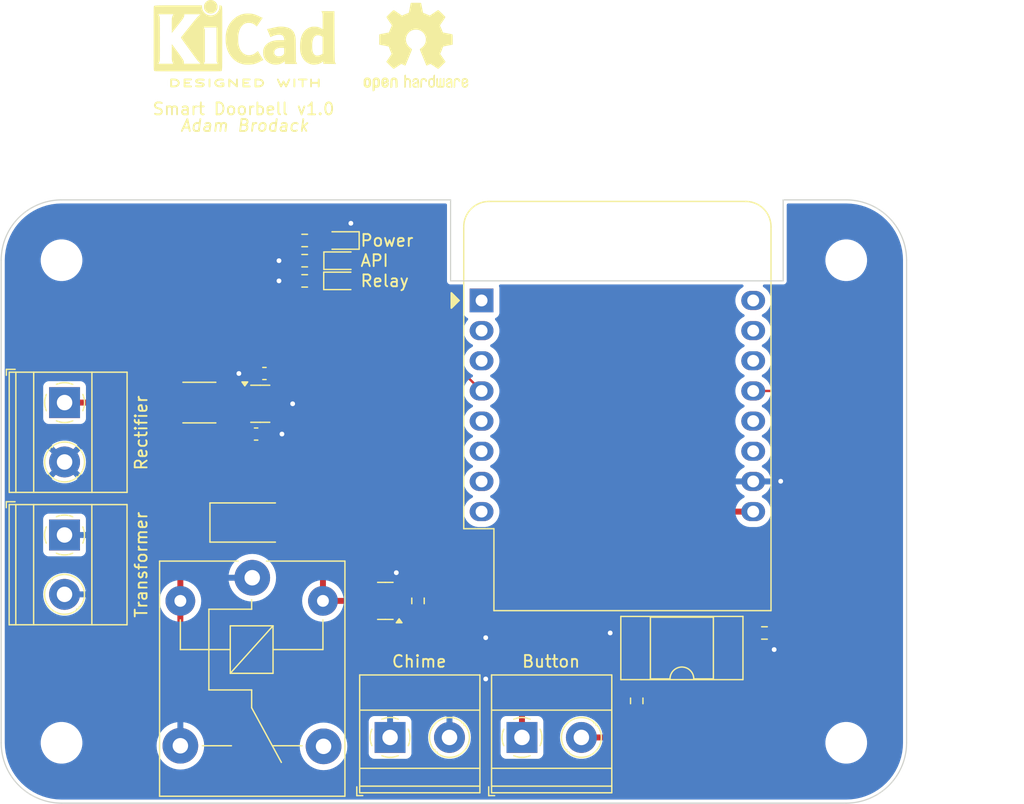
<source format=kicad_pcb>
(kicad_pcb (version 20240108) (generator "pcbnew") (generator_version "8.0")
  (title_block (date "2024-06-12") (rev "v1.0"))
  (layers (0 "F.Cu" mixed) (1 "In1.Cu" power) (2 "In2.Cu" power) (31 "B.Cu" mixed) (34 "B.Paste" user) (35 "F.Paste" user) (36 "B.SilkS" user "B.Silkscreen") (37 "F.SilkS" user "F.Silkscreen") (38 "B.Mask" user) (39 "F.Mask" user) (44 "Edge.Cuts" user))
  (net 0 "")
  (net 1 "VCC")
  (net 2 "GND")
  (net 3 "+3V3")
  (net 4 "/RELAY_LED")
  (net 5 "Net-(D104-A)")
  (net 6 "Net-(D105-K)")
  (net 7 "/HA_STATUS")
  (net 8 "Net-(D106-K)")
  (net 9 "Net-(J101-Pin_1)")
  (net 10 "Net-(J105-Pin_2)")
  (net 11 "Net-(J105-Pin_1)")
  (net 12 "Net-(J106-Pin_2)")
  (net 13 "Net-(J107-Pin_1)")
  (net 15 "/CHIME")
  (net 16 "Net-(R106-Pad1)")
  (net 17 "/DB_BUTTON")
  (footprint "Package_DIP:DIP-4_W7.62mm_SMDSocket_SmallPads" (layer "F.Cu") (at 92.26 131.97 180)
    (property "Reference" "U102" (hide yes))
    (property "Value" "EL817" (hide yes))
    (pad "1" smd rect (at -3.81 -1.27 180) (size 1.6 1.6) (layers "F.Cu" "F.Paste" "F.Mask") (net 12 "Net-(J106-Pin_2)"))
    (pad "2" smd rect (at -3.81 1.27 180) (size 1.6 1.6) (layers "F.Cu" "F.Paste" "F.Mask") (net 16 "Net-(R106-Pad1)"))
    (pad "3" smd rect (at 3.81 1.27 180) (size 1.6 1.6) (layers "F.Cu" "F.Paste" "F.Mask") (net 2 "GND"))
    (pad "4" smd rect (at 3.81 -1.27 180) (size 1.6 1.6) (layers "F.Cu" "F.Paste" "F.Mask") (net 17 "/DB_BUTTON"))
  )
  (footprint "MountingHole:MountingHole_3mm" (layer "F.Cu") (at 106.09 139.95)
    (property "Reference" "H104" (hide yes))
    (property "Value" "MountingHole" (hide yes))
    (pad "" np_thru_hole circle (at 0 0) (size 3 3) (drill 3) (layers "*.Cu" "*.Mask"))
  )
  (footprint "Resistor_SMD:R_0603_1608Metric" (layer "F.Cu") (at 60.5125 101.05)
    (property "Reference" "R103" (hide yes))
    (property "Value" "1K" (hide yes))
    (pad "1" smd roundrect (at -0.825 0) (size 0.8 0.95) (layers "F.Cu" "F.Paste" "F.Mask") (net 2 "GND"))
    (pad "2" smd roundrect (at 0.825 0) (size 0.8 0.95) (layers "F.Cu" "F.Paste" "F.Mask") (net 8 "Net-(D106-K)"))
  )
  (footprint "Relay_THT:Relay_SPDT_SANYOU_SRD_Series_Form_C" (layer "F.Cu") (at 56.1 126.05 -90)
    (property "Reference" "K102" (hide yes))
    (property "Value" "Relay" (hide yes))
    (pad "1" thru_hole circle (at 0 0) (size 3 3) (drill 1.3) (layers "*.Cu" "*.Mask") (net 11 "Net-(J105-Pin_1)"))
    (pad "2" thru_hole circle (at 1.95 6.05) (size 2.5 2.5) (drill 1) (layers "*.Cu" "*.Mask") (net 1 "VCC"))
    (pad "3" thru_hole circle (at 14.15 6.05) (size 3 3) (drill 1.3) (layers "*.Cu" "*.Mask") (net 13 "Net-(J107-Pin_1)"))
    (pad "4" thru_hole circle (at 14.2 -6) (size 3 3) (drill 1.3) (layers "*.Cu" "*.Mask"))
    (pad "5" thru_hole circle (at 1.95 -5.95) (size 2.5 2.5) (drill 1) (layers "*.Cu" "*.Mask") (net 4 "/RELAY_LED"))
  )
  (footprint "Resistor_SMD:R_0603_1608Metric" (layer "F.Cu") (at 70.05 128 90)
    (property "Reference" "R107" (hide yes))
    (property "Value" "10K" (hide yes))
    (pad "1" smd roundrect (at -0.825 0 90) (size 0.8 0.95) (layers "F.Cu" "F.Paste" "F.Mask") (net 15 "/CHIME"))
    (pad "2" smd roundrect (at 0.825 0 90) (size 0.8 0.95) (layers "F.Cu" "F.Paste" "F.Mask") (net 2 "GND"))
  )
  (footprint "Resistor_SMD:R_0603_1608Metric" (layer "F.Cu") (at 88.46 136.42 90)
    (property "Reference" "R108" (hide yes))
    (property "Value" "10K" (hide yes))
    (pad "1" smd roundrect (at -0.825 0 90) (size 0.8 0.95) (layers "F.Cu" "F.Paste" "F.Mask") (net 3 "+3V3"))
    (pad "2" smd roundrect (at 0.825 0 90) (size 0.8 0.95) (layers "F.Cu" "F.Paste" "F.Mask") (net 17 "/DB_BUTTON"))
  )
  (footprint "LED_SMD:LED_0603_1608Metric" (layer "F.Cu") (at 63.6125 97.65 180)
    (property "Reference" "D104" (hide yes))
    (property "Value" "Red" (hide yes))
    (pad "1" smd roundrect (at -0.7875 0 180) (size 0.875 0.95) (layers "F.Cu" "F.Paste" "F.Mask") (net 2 "GND"))
    (pad "2" smd roundrect (at 0.7875 0 180) (size 0.875 0.95) (layers "F.Cu" "F.Paste" "F.Mask") (net 5 "Net-(D104-A)"))
  )
  (footprint "TerminalBlock_Phoenix:TerminalBlock_Phoenix_MKDS-1,5-2_1x02_P5.00mm_Horizontal" (layer "F.Cu") (at 78.8 139.5)
    (property "Reference" "J106" (hide yes))
    (property "Value" "Button" (hide yes))
    (pad "1" thru_hole rect (at 0 0) (size 2.6 2.6) (drill 1.3) (layers "*.Cu" "*.Mask") (net 1 "VCC"))
    (pad "2" thru_hole circle (at 5 0) (size 2.6 2.6) (drill 1.3) (layers "*.Cu" "*.Mask") (net 12 "Net-(J106-Pin_2)"))
  )
  (footprint "MountingHole:MountingHole_3mm" (layer "F.Cu") (at 106.09 99.31)
    (property "Reference" "H102" (hide yes))
    (property "Value" "MountingHole" (hide yes))
    (pad "" np_thru_hole circle (at 0 0) (size 3 3) (drill 3) (layers "*.Cu" "*.Mask"))
  )
  (footprint "Symbol:KiCad-Logo2_6mm_SilkScreen" (layer "F.Cu") (at 55.467514 80.379848)
    (property "Reference" "REF**" (hide yes))
    (property "Value" "KiCad-Logo2_6mm_SilkScreen" (hide yes))
  )
  (footprint "Package_TO_SOT_SMD:SOT-23-5" (layer "F.Cu") (at 56.775 111.4)
    (property "Reference" "U104" (hide yes))
    (property "Value" "XC6220B331MR-G" (hide yes))
    (pad "1" smd roundrect (at -1.1375 -0.95) (size 1.325 0.6) (layers "F.Cu" "F.Paste" "F.Mask") (net 1 "VCC"))
    (pad "2" smd roundrect (at -1.1375 0) (size 1.325 0.6) (layers "F.Cu" "F.Paste" "F.Mask") (net 2 "GND"))
    (pad "3" smd roundrect (at -1.1375 0.95) (size 1.325 0.6) (layers "F.Cu" "F.Paste" "F.Mask") (net 1 "VCC"))
    (pad "4" smd roundrect (at 1.1375 0.95) (size 1.325 0.6) (layers "F.Cu" "F.Paste" "F.Mask"))
    (pad "5" smd roundrect (at 1.1375 -0.95) (size 1.325 0.6) (layers "F.Cu" "F.Paste" "F.Mask") (net 3 "+3V3"))
  )
  (footprint "Diode_SMD:D_SMA" (layer "F.Cu") (at 56.05 121.4)
    (property "Reference" "D101" (hide yes))
    (property "Value" "D_Small" (hide yes))
    (pad "1" smd roundrect (at -2 0) (size 2.5 1.8) (layers "F.Cu" "F.Paste" "F.Mask") (roundrect_rratio 0.1388888889) (net 1 "VCC"))
    (pad "2" smd roundrect (at 2 0) (size 2.5 1.8) (layers "F.Cu" "F.Paste" "F.Mask") (roundrect_rratio 0.1388888889) (net 4 "/RELAY_LED"))
  )
  (footprint "MountingHole:MountingHole_3mm" (layer "F.Cu") (at 40.05 99.31)
    (property "Reference" "H101" (hide yes))
    (property "Value" "MountingHole" (hide yes))
    (pad "" np_thru_hole circle (at 0 0) (size 3 3) (drill 3) (layers "*.Cu" "*.Mask"))
  )
  (footprint "" (layer "F.Cu") (at 106.09 99.31)
    (property "Reference" "" (at 0 0 0) (layer "F.SilkS") (effects (font (size 1.27 1.27))))
    (property "Value" "")
    (pad "" np_thru_hole circle (at 0 0) (size 3 3) (drill 3) (layers "F&B.Cu" "*.Mask"))
  )
  (footprint "LED_SMD:LED_0603_1608Metric" (layer "F.Cu") (at 63.6125 99.35)
    (property "Reference" "D105" (hide yes))
    (property "Value" "Green" (hide yes))
    (pad "1" smd roundrect (at -0.7875 0) (size 0.875 0.95) (layers "F.Cu" "F.Paste" "F.Mask") (net 6 "Net-(D105-K)"))
    (pad "2" smd roundrect (at 0.7875 0) (size 0.875 0.95) (layers "F.Cu" "F.Paste" "F.Mask") (net 7 "/HA_STATUS"))
  )
  (footprint "Capacitor_SMD:C_0603_1608Metric" (layer "F.Cu") (at 57.125 108.85 180)
    (property "Reference" "C106" (hide yes))
    (property "Value" "4.7uF" (hide yes))
    (pad "1" smd roundrect (at -0.775 0 180) (size 0.9 0.95) (layers "F.Cu" "F.Paste" "F.Mask") (net 3 "+3V3"))
    (pad "2" smd roundrect (at 0.775 0 180) (size 0.9 0.95) (layers "F.Cu" "F.Paste" "F.Mask") (net 2 "GND"))
  )
  (footprint "Capacitor_SMD:C_0603_1608Metric" (layer "F.Cu") (at 56.425 113.95 180)
    (property "Reference" "C105" (hide yes))
    (property "Value" "22uF" (hide yes))
    (pad "1" smd roundrect (at -0.775 0 180) (size 0.9 0.95) (layers "F.Cu" "F.Paste" "F.Mask") (net 2 "GND"))
    (pad "2" smd roundrect (at 0.775 0 180) (size 0.9 0.95) (layers "F.Cu" "F.Paste" "F.Mask") (net 1 "VCC"))
  )
  (footprint "Resistor_SMD:R_0603_1608Metric" (layer "F.Cu") (at 60.5125 97.65 180)
    (property "Reference" "R101" (hide yes))
    (property "Value" "1K" (hide yes))
    (pad "1" smd roundrect (at -0.825 0 180) (size 0.8 0.95) (layers "F.Cu" "F.Paste" "F.Mask") (net 5 "Net-(D104-A)"))
    (pad "2" smd roundrect (at 0.825 0 180) (size 0.8 0.95) (layers "F.Cu" "F.Paste" "F.Mask") (net 3 "+3V3"))
  )
  (footprint "Package_TO_SOT_SMD:SOT-23" (layer "F.Cu") (at 67.3 128 180)
    (property "Reference" "Q102" (hide yes))
    (property "Value" "Q_NMOS_GSD" (hide yes))
    (pad "1" smd roundrect (at -0.9375 -0.95 180) (size 1.475 0.6) (layers "F.Cu" "F.Paste" "F.Mask") (net 15 "/CHIME"))
    (pad "2" smd roundrect (at -0.9375 0.95 180) (size 1.475 0.6) (layers "F.Cu" "F.Paste" "F.Mask") (net 2 "GND"))
    (pad "3" smd roundrect (at 0.9375 0 180) (size 1.475 0.6) (layers "F.Cu" "F.Paste" "F.Mask") (net 4 "/RELAY_LED"))
  )
  (footprint "TerminalBlock_Phoenix:TerminalBlock_Phoenix_MKDS-1,5-2_1x02_P5.00mm_Horizontal" (layer "F.Cu") (at 67.7 139.5)
    (property "Reference" "J107" (hide yes))
    (property "Value" "Chime" (hide yes))
    (pad "1" thru_hole rect (at 0 0) (size 2.6 2.6) (drill 1.3) (layers "*.Cu" "*.Mask") (net 13 "Net-(J107-Pin_1)"))
    (pad "2" thru_hole circle (at 5 0) (size 2.6 2.6) (drill 1.3) (layers "*.Cu" "*.Mask") (net 10 "Net-(J105-Pin_2)"))
  )
  (footprint "TerminalBlock_Phoenix:TerminalBlock_Phoenix_MKDS-1,5-2_1x02_P5.00mm_Horizontal" (layer "F.Cu") (at 40.3 122.45 -90)
    (property "Reference" "J105" (hide yes))
    (property "Value" "Transformer" (hide yes))
    (pad "1" thru_hole rect (at 0 0 270) (size 2.6 2.6) (drill 1.3) (layers "*.Cu" "*.Mask") (net 11 "Net-(J105-Pin_1)"))
    (pad "2" thru_hole circle (at 5 0 270) (size 2.6 2.6) (drill 1.3) (layers "*.Cu" "*.Mask") (net 10 "Net-(J105-Pin_2)"))
  )
  (footprint "TerminalBlock_Phoenix:TerminalBlock_Phoenix_MKDS-1,5-2_1x02_P5.00mm_Horizontal" (layer "F.Cu") (at 40.305 111.3 -90)
    (property "Reference" "J101" (hide yes))
    (property "Value" "Rectifier" (hide yes))
    (pad "1" thru_hole rect (at 0 0 270) (size 2.6 2.6) (drill 1.3) (layers "*.Cu" "*.Mask") (net 9 "Net-(J101-Pin_1)"))
    (pad "2" thru_hole circle (at 5 0 270) (size 2.6 2.6) (drill 1.3) (layers "*.Cu" "*.Mask") (net 2 "GND"))
  )
  (footprint "LED_SMD:LED_0603_1608Metric" (layer "F.Cu") (at 63.6 101.05)
    (property "Reference" "D106" (hide yes))
    (property "Value" "Yellow" (hide yes))
    (pad "1" smd roundrect (at -0.7875 0) (size 0.875 0.95) (layers "F.Cu" "F.Paste" "F.Mask") (net 8 "Net-(D106-K)"))
    (pad "2" smd roundrect (at 0.7875 0) (size 0.875 0.95) (layers "F.Cu" "F.Paste" "F.Mask") (net 4 "/RELAY_LED"))
  )
  (footprint "Resistor_SMD:R_0603_1608Metric" (layer "F.Cu") (at 60.5125 99.35)
    (property "Reference" "R102" (hide yes))
    (property "Value" "1K" (hide yes))
    (pad "1" smd roundrect (at -0.825 0) (size 0.8 0.95) (layers "F.Cu" "F.Paste" "F.Mask") (net 2 "GND"))
    (pad "2" smd roundrect (at 0.825 0) (size 0.8 0.95) (layers "F.Cu" "F.Paste" "F.Mask") (net 6 "Net-(D105-K)"))
  )
  (footprint "footprints:Fuse_1812_4532Metric" (layer "F.Cu") (at 51.65 111.3)
    (property "Reference" "F101" (hide yes))
    (property "Value" "Polyfuse_Small" (hide yes))
    (pad "1" smd roundrect (at -2.1375 0) (size 1.125 3.4) (layers "F.Cu" "F.Paste" "F.Mask") (roundrect_rratio 0.222222) (net 9 "Net-(J101-Pin_1)"))
    (pad "2" smd roundrect (at 2.1375 0) (size 1.125 3.4) (layers "F.Cu" "F.Paste" "F.Mask") (roundrect_rratio 0.222222) (net 1 "VCC"))
  )
  (footprint "MountingHole:MountingHole_3mm" (layer "F.Cu") (at 40.05 139.95)
    (property "Reference" "H103" (hide yes))
    (property "Value" "MountingHole" (hide yes))
    (pad "" np_thru_hole circle (at 0 0) (size 3 3) (drill 3) (layers "*.Cu" "*.Mask"))
  )
  (footprint "Symbol:OSHW-Logo2_9.8x8mm_SilkScreen" (layer "F.Cu") (at 69.875 81.35)
    (property "Reference" "REF**" (hide yes))
    (property "Value" "OSHW-Logo2_9.8x8mm_SilkScreen" (hide yes))
  )
  (footprint "Resistor_SMD:R_0603_1608Metric" (layer "F.Cu") (at 99.21 130.7)
    (property "Reference" "R106" (hide yes))
    (property "Value" "1K" (hide yes))
    (pad "1" smd roundrect (at -0.825 0) (size 0.8 0.95) (layers "F.Cu" "F.Paste" "F.Mask") (net 16 "Net-(R106-Pad1)"))
    (pad "2" smd roundrect (at 0.825 0) (size 0.8 0.95) (layers "F.Cu" "F.Paste" "F.Mask") (net 2 "GND"))
  )
  (footprint "Module:WEMOS_D1_mini_light" (layer "F.Cu") (at 75.4 102.7)
    (property "Reference" "U101" (hide yes))
    (property "Value" "WeMos_D1_mini")
    (pad "1" thru_hole rect (at 0 0) (size 2 2) (drill 1) (layers "*.Cu" "*.Mask"))
    (pad "2" thru_hole oval (at 0 2.54) (size 2 1.6) (drill 1) (layers "*.Cu" "*.Mask"))
    (pad "3" thru_hole oval (at 0 5.08) (size 2 1.6) (drill 1) (layers "*.Cu" "*.Mask"))
    (pad "4" thru_hole oval (at 0 7.62) (size 2 1.6) (drill 1) (layers "*.Cu" "*.Mask") (net 7 "/HA_STATUS"))
    (pad "5" thru_hole oval (at 0 10.16) (size 2 1.6) (drill 1) (layers "*.Cu" "*.Mask"))
    (pad "6" thru_hole oval (at 0 12.7) (size 2 1.6) (drill 1) (layers "*.Cu" "*.Mask"))
    (pad "7" thru_hole oval (at 0 15.24) (size 2 1.6) (drill 1) (layers "*.Cu" "*.Mask"))
    (pad "8" thru_hole oval (at 0 17.78) (size 2 1.6) (drill 1) (layers "*.Cu" "*.Mask"))
    (pad "9" thru_hole oval (at 22.86 17.78) (size 2 1.6) (drill 1) (layers "*.Cu" "*.Mask") (net 1 "VCC"))
    (pad "10" thru_hole oval (at 22.86 15.24) (size 2 1.6) (drill 1) (layers "*.Cu" "*.Mask") (net 2 "GND"))
    (pad "11" thru_hole oval (at 22.86 12.7) (size 2 1.6) (drill 1) (layers "*.Cu" "*.Mask"))
    (pad "12" thru_hole oval (at 22.86 10.16) (size 2 1.6) (drill 1) (layers "*.Cu" "*.Mask"))
    (pad "13" thru_hole oval (at 22.86 7.62) (size 2 1.6) (drill 1) (layers "*.Cu" "*.Mask") (net 17 "/DB_BUTTON"))
    (pad "14" thru_hole oval (at 22.86 5.08) (size 2 1.6) (drill 1) (layers "*.Cu" "*.Mask"))
    (pad "15" thru_hole oval (at 22.86 2.54) (size 2 1.6) (drill 1) (layers "*.Cu" "*.Mask"))
    (pad "16" thru_hole oval (at 22.86 0) (size 2 1.6) (drill 1) (layers "*.Cu" "*.Mask"))
  )
  (gr_arc (start 106.09 94.23) (mid 109.682102 95.717898) (end 111.17 99.31) (stroke (width 0.1)) (layer "Edge.Cuts"))
  (gr_line (start 100.781398 94.229998) (end 100.781398 101.05) (stroke (width 0.1)) (layer "Edge.Cuts"))
  (gr_arc (start 34.969998 99.309998) (mid 36.457896 95.717896) (end 40.049998 94.229998) (stroke (width 0.1)) (layer "Edge.Cuts"))
  (gr_line (start 72.790598 101.05) (end 100.781398 101.05) (stroke (width 0.1)) (layer "Edge.Cuts"))
  (gr_line (start 72.790598 101.05) (end 72.790598 94.23) (stroke (width 0.1)) (layer "Edge.Cuts"))
  (gr_line (start 100.781398 94.229998) (end 106.09 94.23) (stroke (width 0.1)) (layer "Edge.Cuts"))
  (gr_arc (start 40.049998 145.030002) (mid 36.457894 143.542106) (end 34.969998 139.950002) (stroke (width 0.1)) (layer "Edge.Cuts"))
  (gr_line (start 40.049998 94.229998) (end 70.149 94.23) (stroke (width 0.1)) (layer "Edge.Cuts"))
  (gr_arc (start 111.17 139.95) (mid 109.682102 143.542102) (end 106.09 145.03) (stroke (width 0.1)) (layer "Edge.Cuts"))
  (gr_line (start 34.969998 139.950002) (end 34.969998 99.309998) (stroke (width 0.1)) (layer "Edge.Cuts"))
  (gr_line (start 111.17 99.31) (end 111.17 139.95) (stroke (width 0.1)) (layer "Edge.Cuts"))
  (gr_line (start 40.049998 145.030002) (end 106.09 145.03) (stroke (width 0.1)) (layer "Edge.Cuts"))
  (gr_line (start 72.790598 94.23) (end 70.149 94.23) (stroke (width 0.1)) (layer "Edge.Cuts"))
  (gr_text "Relay" (at 65.125 101.05 0) (layer "F.SilkS") (effects (font (size 1 1) (thickness 0.153)) (justify left)))
  (gr_text "Chime" (at 70.15 133.1 0) (layer "F.SilkS") (effects (font (size 1 1) (thickness 0.153))))
  (gr_text "API" (at 65.125 99.35 0) (layer "F.SilkS") (effects (font (size 1 1) (thickness 0.153)) (justify left)))
  (gr_text "Button" (at 81.25 133.1 0) (layer "F.SilkS") (effects (font (size 1 1) (thickness 0.153))))
  (gr_text "Power" (at 65.125 97.65 0) (layer "F.SilkS") (effects (font (size 1 1) (thickness 0.153)) (justify left)))
  (gr_text "Transformer" (at 46.755 124.95 90) (layer "F.SilkS") (effects (font (size 1 1) (thickness 0.153))))
  (gr_text "Smart Doorbell ${REVISION}" (at 55.367514 87.154848 0) (layer "F.SilkS") (effects (font (size 1 1) (thickness 0.153) (bold yes)) (justify bottom)))
  (gr_text "Adam Brodack" (at 55.467514 88.554848 0) (layer "F.SilkS") (effects (font (size 1 1) (thickness 0.153) (italic yes)) (justify bottom)))
  (gr_text "Rectifier" (at 46.755 113.85 90) (layer "F.SilkS") (effects (font (size 1 1) (thickness 0.153))))
  (segment (start 55.6375 113.9375) (end 55.65 113.95) (width 0.5) (layer "F.Cu") (net 1))
  (segment (start 87.845 120.48) (end 98.26 120.48) (width 0.5) (layer "F.Cu") (net 1))
  (segment (start 55.65 113.95) (end 54.825 113.95) (width 0.5) (layer "F.Cu") (net 1))
  (segment (start 53.7875 111.3) (end 54.8375 112.35) (width 0.5) (layer "F.Cu") (net 1))
  (segment (start 50.05 123.7) (end 50.05 128) (width 0.5) (layer "F.Cu") (net 1))
  (segment (start 54.05 121.4) (end 52.35 121.4) (width 0.5) (layer "F.Cu") (net 1))
  (segment (start 76.825 135.625) (end 55.8 135.625) (width 0.5) (layer "F.Cu") (net 1))
  (segment (start 53.7875 111.3) (end 54.6375 110.45) (width 0.5) (layer "F.Cu") (net 1))
  (segment (start 50.05 129.875) (end 50.05 128) (width 0.5) (layer "F.Cu") (net 1))
  (segment (start 52.35 121.4) (end 50.05 123.7) (width 0.5) (layer "F.Cu") (net 1))
  (segment (start 55.8 135.625) (end 50.05 129.875) (width 0.5) (layer "F.Cu") (net 1))
  (segment (start 72.7 135.625) (end 87.845 120.48) (width 0.5) (layer "F.Cu") (net 1))
  (segment (start 55.6375 112.35) (end 55.6375 113.9375) (width 0.5) (layer "F.Cu") (net 1))
  (segment (start 54.6375 110.45) (end 55.6375 110.45) (width 0.5) (layer "F.Cu") (net 1))
  (segment (start 50.05 118.725) (end 50.05 123.7) (width 0.5) (layer "F.Cu") (net 1))
  (segment (start 54.8375 112.35) (end 55.6375 112.35) (width 0.5) (layer "F.Cu") (net 1))
  (segment (start 78.8 139.5) (end 78.8 137.6) (width 0.5) (layer "F.Cu") (net 1))
  (segment (start 54.825 113.95) (end 50.05 118.725) (width 0.5) (layer "F.Cu") (net 1))
  (segment (start 78.8 137.6) (end 76.825 135.625) (width 0.5) (layer "F.Cu") (net 1))
  (segment (start 100.56 117.94) (end 100.575 117.925) (width 0.2) (layer "F.Cu") (net 2))
  (segment (start 69.925 127.05) (end 70.05 127.175) (width 0.2) (layer "F.Cu") (net 2))
  (segment (start 100.035 130.7) (end 100.035 132.09) (width 0.2) (layer "F.Cu") (net 2))
  (segment (start 68.2375 127.05) (end 68.2375 125.6375) (width 0.2) (layer "F.Cu") (net 2))
  (segment (start 100.035 132.09) (end 100.025 132.1) (width 0.2) (layer "F.Cu") (net 2))
  (segment (start 98.26 117.94) (end 100.56 117.94) (width 0.2) (layer "F.Cu") (net 2))
  (segment (start 57.2 113.95) (end 58.6 113.95) (width 0.2) (layer "F.Cu") (net 2))
  (segment (start 59.6875 101.05) (end 58.35 101.05) (width 0.2) (layer "F.Cu") (net 2))
  (segment (start 55.6375 111.4) (end 59.5 111.4) (width 0.2) (layer "F.Cu") (net 2))
  (segment (start 56.35 108.85) (end 54.975 108.85) (width 0.2) (layer "F.Cu") (net 2))
  (segment (start 88.45 130.7) (end 86.225 130.7) (width 0.2) (layer "F.Cu") (net 2))
  (segment (start 59.6875 99.35) (end 58.35 99.35) (width 0.2) (layer "F.Cu") (net 2))
  (segment (start 64.4 97.65) (end 64.4 96.2) (width 0.2) (layer "F.Cu") (net 2))
  (segment (start 68.2375 127.05) (end 69.925 127.05) (width 0.2) (layer "F.Cu") (net 2))
  (segment (start 68.2375 125.6375) (end 68.225 125.625) (width 0.2) (layer "F.Cu") (net 2))
  (via (at 58.35 99.35) (size 0.8) (drill 0.4) (layers "F.Cu" "B.Cu") (net 2))
  (via (at 58.6 113.95) (size 0.8) (drill 0.4) (layers "F.Cu" "B.Cu") (net 2))
  (via (at 59.5 111.4) (size 0.8) (drill 0.4) (layers "F.Cu" "B.Cu") (net 2))
  (via (at 86.225 130.7) (size 0.8) (drill 0.4) (layers "F.Cu" "B.Cu") (net 2))
  (via (at 54.975 108.85) (size 0.8) (drill 0.4) (layers "F.Cu" "B.Cu") (net 2))
  (via (at 64.4 96.2) (size 0.8) (drill 0.4) (layers "F.Cu" "B.Cu") (net 2))
  (via (at 100.025 132.1) (size 0.8) (drill 0.4) (layers "F.Cu" "B.Cu") (net 2))
  (via (at 58.35 101.05) (size 0.8) (drill 0.4) (layers "F.Cu" "B.Cu") (net 2))
  (via (at 68.225 125.625) (size 0.8) (drill 0.4) (layers "F.Cu" "B.Cu") (net 2))
  (via (at 100.575 117.925) (size 0.8) (drill 0.4) (layers "F.Cu" "B.Cu") (net 2))
  (segment (start 57.475 98.95) (end 57.475 101.45) (width 0.2) (layer "F.Cu") (net 3))
  (segment (start 75.75 131.1) (end 73.625 128.975) (width 0.2) (layer "F.Cu") (net 3))
  (segment (start 58.775 97.65) (end 57.475 98.95) (width 0.2) (layer "F.Cu") (net 3))
  (segment (start 57.9 110.4375) (end 57.9125 110.45) (width 0.2) (layer "F.Cu") (net 3))
  (segment (start 73.625 124.53505) (end 59.53995 110.45) (width 0.2) (layer "F.Cu") (net 3))
  (segment (start 87.645 137.245) (end 88.46 137.245) (width 0.2) (layer "F.Cu") (net 3))
  (segment (start 75.75 134.6) (end 85 134.6) (width 0.2) (layer "F.Cu") (net 3))
  (segment (start 59.6875 97.65) (end 58.775 97.65) (width 0.2) (layer "F.Cu") (net 3))
  (segment (start 73.625 128.975) (end 73.625 124.53505) (width 0.2) (layer "F.Cu") (net 3))
  (segment (start 57.9 108.85) (end 57.9 110.4375) (width 0.2) (layer "F.Cu") (net 3))
  (segment (start 57.475 101.45) (end 57.9 101.875) (width 0.2) (layer "F.Cu") (net 3))
  (segment (start 59.53995 110.45) (end 57.9125 110.45) (width 0.2) (layer "F.Cu") (net 3))
  (segment (start 57.9 101.875) (end 57.9 108.85) (width 0.2) (layer "F.Cu") (net 3))
  (segment (start 85 134.6) (end 87.645 137.245) (width 0.2) (layer "F.Cu") (net 3))
  (via (at 75.75 131.1) (size 0.8) (drill 0.4) (layers "F.Cu" "B.Cu") (net 3))
  (via (at 75.75 134.575) (size 0.8) (drill 0.4) (layers "F.Cu" "B.Cu") (net 3))
  (segment (start 75.75 131.1) (end 75.75 134.575) (width 0.2) (layer "B.Cu") (net 3))
  (segment (start 62.05 123.75) (end 59.7 121.4) (width 0.5) (layer "F.Cu") (net 4))
  (segment (start 59.7 121.4) (end 58.05 121.4) (width 0.5) (layer "F.Cu") (net 4))
  (segment (start 62.05 128) (end 62.05 123.75) (width 0.5) (layer "F.Cu") (net 4))
  (segment (start 62.05 128) (end 66.3625 128) (width 0.5) (layer "F.Cu") (net 4))
  (segment (start 61.3375 97.65) (end 62.825 97.65) (width 0.2) (layer "F.Cu") (net 5))
  (segment (start 61.3375 99.35) (end 62.825 99.35) (width 0.2) (layer "F.Cu") (net 6))
  (segment (start 73.625 108.55) (end 75.395 110.32) (width 0.2) (layer "F.Cu") (net 7))
  (segment (start 64.4 99.35) (end 68.25 99.35) (width 0.2) (layer "F.Cu") (net 7))
  (segment (start 73.625 104.725) (end 73.625 108.55) (width 0.2) (layer "F.Cu") (net 7))
  (segment (start 68.25 99.35) (end 73.625 104.725) (width 0.2) (layer "F.Cu") (net 7))
  (segment (start 75.395 110.32) (end 75.4 110.32) (width 0.2) (layer "F.Cu") (net 7))
  (segment (start 61.3375 101.05) (end 62.8125 101.05) (width 0.2) (layer "F.Cu") (net 8))
  (segment (start 43.525 111.3) (end 44.575 110.25) (width 0.5) (layer "F.Cu") (net 9))
  (segment (start 40.305 111.3) (end 43.525 111.3) (width 0.5) (layer "F.Cu") (net 9))
  (segment (start 44.575 110.25) (end 48.4625 110.25) (width 0.5) (layer "F.Cu") (net 9))
  (segment (start 48.4625 110.25) (end 49.5125 111.3) (width 0.5) (layer "F.Cu") (net 9))
  (segment (start 43.975 127.45) (end 51.6 135.075) (width 0.5) (layer "B.Cu") (net 10))
  (segment (start 70.175 135.075) (end 72.7 137.6) (width 0.5) (layer "B.Cu") (net 10))
  (segment (start 40.3 127.45) (end 43.975 127.45) (width 0.5) (layer "B.Cu") (net 10))
  (segment (start 72.7 137.6) (end 72.7 139.5) (width 0.5) (layer "B.Cu") (net 10))
  (segment (start 51.6 135.075) (end 70.175 135.075) (width 0.5) (layer "B.Cu") (net 10))
  (segment (start 40.3 122.45) (end 50.375 122.45) (width 0.5) (layer "B.Cu") (net 11))
  (segment (start 53.975 126.05) (end 56.1 126.05) (width 0.5) (layer "B.Cu") (net 11))
  (segment (start 50.375 122.45) (end 53.975 126.05) (width 0.5) (layer "B.Cu") (net 11))
  (segment (start 91.525 139.5) (end 96.07 134.955) (width 0.5) (layer "F.Cu") (net 12))
  (segment (start 83.8 139.5) (end 91.525 139.5) (width 0.5) (layer "F.Cu") (net 12))
  (segment (start 96.07 134.955) (end 96.07 133.24) (width 0.5) (layer "F.Cu") (net 12))
  (segment (start 50.05 140.2) (end 50.05 138.1) (width 0.5) (layer "B.Cu") (net 13))
  (segment (start 67.7 137.55) (end 67.7 139.5) (width 0.5) (layer "B.Cu") (net 13))
  (segment (start 50.05 138.1) (end 51.975 136.175) (width 0.5) (layer "B.Cu") (net 13))
  (segment (start 51.975 136.175) (end 66.325 136.175) (width 0.5) (layer "B.Cu") (net 13))
  (segment (start 66.325 136.175) (end 67.7 137.55) (width 0.5) (layer "B.Cu") (net 13))
  (segment (start 68.2375 128.95) (end 69.925 128.95) (width 0.2) (layer "F.Cu") (net 15))
  (segment (start 69.925 128.95) (end 70.05 128.825) (width 0.2) (layer "F.Cu") (net 15))
  (segment (start 96.07 130.7) (end 98.385 130.7) (width 0.2) (layer "F.Cu") (net 16))
  (segment (start 88.45 135.585) (end 88.46 135.595) (width 0.2) (layer "F.Cu") (net 17))
  (segment (start 99.97 110.32) (end 101.475 111.825) (width 0.2) (layer "F.Cu") (net 17))
  (segment (start 98.26 110.32) (end 99.97 110.32) (width 0.2) (layer "F.Cu") (net 17))
  (segment (start 101.475 111.825) (end 101.475 121.55) (width 0.2) (layer "F.Cu") (net 17))
  (segment (start 101.475 121.55) (end 89.785 133.24) (width 0.2) (layer "F.Cu") (net 17))
  (segment (start 89.785 133.24) (end 88.45 133.24) (width 0.2) (layer "F.Cu") (net 17))
  (segment (start 88.45 133.24) (end 88.45 135.585) (width 0.2) (layer "F.Cu") (net 17))
  (zone (net 2) (net_name "GND") (layers "In1.Cu" "B.Cu") (connect_pads (clearance 0.5)) (min_thickness 0.25) (fill yes (thermal_gap 0.5) (thermal_bridge_width 0.5))
    (polygon (pts (xy 34.975 94.225) (xy 111.175 94.225) (xy 111.175 145.025) (xy 35 145.025)))
  )
)
</source>
